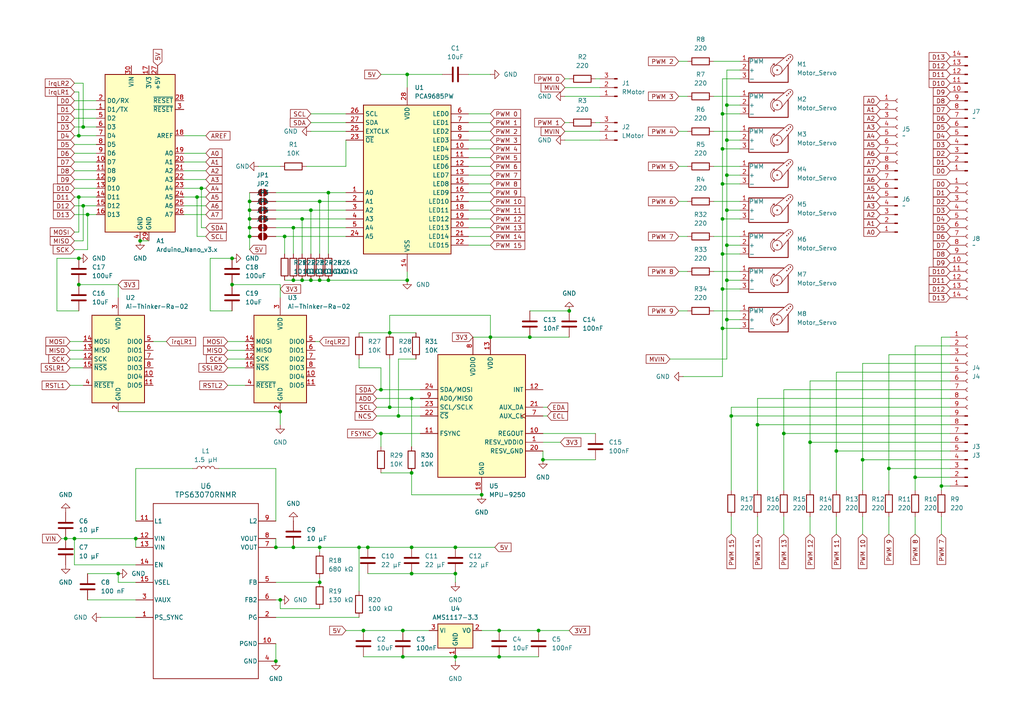
<source format=kicad_sch>
(kicad_sch (version 20250114) (generator "eeschema") (generator_version "9.0")
  (paper "A4")
  (junction (at 132.08 158.75))
  (junction (at 57.15 57.15))
  (junction (at 209.55 43.18))
  (junction (at 24.13 36.83))
  (junction (at 22.86 39.37))
  (junction (at 210.82 40.64))
  (junction (at 119.38 137.16))
  (junction (at 25.4 62.23))
  (junction (at 81.28 119.38))
  (junction (at 72.39 60.96))
  (junction (at 219.71 123.19))
  (junction (at 132.08 190.5))
  (junction (at 39.37 156.21))
  (junction (at 210.82 71.12))
  (junction (at 116.84 182.88))
  (junction (at 95.25 81.28))
  (junction (at 257.81 135.89))
  (junction (at 85.09 81.28))
  (junction (at 40.64 69.85))
  (junction (at 58.42 54.61))
  (junction (at 92.71 81.28))
  (junction (at 67.31 82.55))
  (junction (at 19.05 156.21))
  (junction (at 113.03 96.52))
  (junction (at 22.86 57.15))
  (junction (at 210.82 30.48))
  (junction (at 118.11 81.28))
  (junction (at 209.55 95.25))
  (junction (at 80.01 158.75))
  (junction (at 209.55 33.02))
  (junction (at 210.82 60.96))
  (junction (at 80.01 191.77))
  (junction (at 250.19 133.35))
  (junction (at 119.38 115.57))
  (junction (at 209.55 73.66))
  (junction (at 142.24 97.79))
  (junction (at 67.31 74.93))
  (junction (at 106.68 158.75))
  (junction (at 92.71 158.75))
  (junction (at 90.17 60.96))
  (junction (at 115.57 120.65))
  (junction (at 72.39 63.5))
  (junction (at 212.09 120.65))
  (junction (at 227.33 125.73))
  (junction (at 72.39 66.04))
  (junction (at 21.59 156.21))
  (junction (at 157.48 133.35))
  (junction (at 118.11 21.59))
  (junction (at 144.78 190.5))
  (junction (at 22.86 74.93))
  (junction (at 92.71 168.91))
  (junction (at 210.82 92.71))
  (junction (at 132.08 166.37))
  (junction (at 81.28 173.99))
  (junction (at 82.55 68.58))
  (junction (at 242.57 130.81))
  (junction (at 72.39 68.58))
  (junction (at 210.82 81.28))
  (junction (at 110.49 125.73))
  (junction (at 90.17 81.28))
  (junction (at 210.82 50.8))
  (junction (at 273.05 140.97))
  (junction (at 95.25 55.88))
  (junction (at 85.09 158.75))
  (junction (at 72.39 58.42))
  (junction (at 139.7 143.51))
  (junction (at 92.71 58.42))
  (junction (at 119.38 166.37))
  (junction (at 105.41 182.88))
  (junction (at 104.14 158.75))
  (junction (at 22.86 82.55))
  (junction (at 110.49 113.03))
  (junction (at 87.63 81.28))
  (junction (at 234.95 128.27))
  (junction (at 156.21 182.88))
  (junction (at 116.84 190.5))
  (junction (at 85.09 66.04))
  (junction (at 144.78 182.88))
  (junction (at 87.63 63.5))
  (junction (at 265.43 138.43))
  (junction (at 24.13 59.69))
  (junction (at 209.55 63.5))
  (junction (at 209.55 83.82))
  (junction (at 113.03 118.11))
  (junction (at 209.55 53.34))
  (junction (at 119.38 158.75))
  (junction (at 34.29 166.37))
  (junction (at 153.67 97.79))
  (junction (at 165.1 90.17))
  (wire (pts (xy 22.86 57.15) (xy 27.94 57.15)))
  (wire (pts (xy 210.82 92.71) (xy 214.63 92.71)))
  (wire (pts (xy 210.82 50.8) (xy 210.82 60.96)))
  (wire (pts (xy 66.04 106.68) (xy 71.12 106.68)))
  (wire (pts (xy 80.01 158.75) (xy 85.09 158.75)))
  (wire (pts (xy 80.01 63.5) (xy 87.63 63.5)))
  (wire (pts (xy 109.22 125.73) (xy 110.49 125.73)))
  (wire (pts (xy 29.21 179.07) (xy 39.37 179.07)))
  (wire (pts (xy 21.59 67.31) (xy 22.86 67.31)))
  (wire (pts (xy 119.38 143.51) (xy 139.7 143.51)))
  (wire (pts (xy 81.28 176.53) (xy 81.28 173.99)))
  (wire (pts (xy 80.01 168.91) (xy 92.71 168.91)))
  (wire (pts (xy 20.32 104.14) (xy 24.13 104.14)))
  (wire (pts (xy 34.29 166.37) (xy 34.29 168.91)))
  (wire (pts (xy 227.33 113.03) (xy 227.33 125.73)))
  (wire (pts (xy 21.59 46.99) (xy 27.94 46.99)))
  (wire (pts (xy 115.57 120.65) (xy 121.92 120.65)))
  (wire (pts (xy 196.85 58.42) (xy 199.39 58.42)))
  (wire (pts (xy 113.03 96.52) (xy 113.03 91.44)))
  (wire (pts (xy 153.67 90.17) (xy 165.1 90.17)))
  (wire (pts (xy 34.29 119.38) (xy 81.28 119.38)))
  (wire (pts (xy 20.32 101.6) (xy 24.13 101.6)))
  (wire (pts (xy 257.81 135.89) (xy 257.81 142.24)))
  (wire (pts (xy 82.55 68.58) (xy 100.33 68.58)))
  (wire (pts (xy 21.59 59.69) (xy 24.13 59.69)))
  (wire (pts (xy 66.04 104.14) (xy 71.12 104.14)))
  (wire (pts (xy 57.15 68.58) (xy 57.15 57.15)))
  (wire (pts (xy 209.55 73.66) (xy 209.55 63.5)))
  (wire (pts (xy 273.05 149.86) (xy 273.05 154.94)))
  (wire (pts (xy 80.01 68.58) (xy 82.55 68.58)))
  (wire (pts (xy 95.25 81.28) (xy 118.11 81.28)))
  (wire (pts (xy 275.59 123.19) (xy 219.71 123.19)))
  (wire (pts (xy 21.59 44.45) (xy 27.94 44.45)))
  (wire (pts (xy 209.55 53.34) (xy 209.55 63.5)))
  (wire (pts (xy 113.03 118.11) (xy 121.92 118.11)))
  (wire (pts (xy 142.24 91.44) (xy 142.24 97.79)))
  (wire (pts (xy 257.81 149.86) (xy 257.81 154.94)))
  (wire (pts (xy 67.31 82.55) (xy 81.28 82.55)))
  (wire (pts (xy 72.39 55.88) (xy 72.39 58.42)))
  (wire (pts (xy 214.63 43.18) (xy 209.55 43.18)))
  (wire (pts (xy 196.85 68.58) (xy 199.39 68.58)))
  (wire (pts (xy 207.01 78.74) (xy 214.63 78.74)))
  (wire (pts (xy 209.55 83.82) (xy 209.55 95.25)))
  (wire (pts (xy 219.71 149.86) (xy 219.71 154.94)))
  (wire (pts (xy 214.63 33.02) (xy 209.55 33.02)))
  (wire (pts (xy 66.04 101.6) (xy 71.12 101.6)))
  (wire (pts (xy 214.63 53.34) (xy 209.55 53.34)))
  (wire (pts (xy 21.59 156.21) (xy 39.37 156.21)))
  (wire (pts (xy 275.59 138.43) (xy 265.43 138.43)))
  (wire (pts (xy 157.48 125.73) (xy 172.72 125.73)))
  (wire (pts (xy 119.38 115.57) (xy 119.38 129.54)))
  (wire (pts (xy 219.71 115.57) (xy 219.71 123.19)))
  (wire (pts (xy 275.59 128.27) (xy 234.95 128.27)))
  (wire (pts (xy 275.59 140.97) (xy 273.05 140.97)))
  (wire (pts (xy 132.08 166.37) (xy 132.08 168.91)))
  (wire (pts (xy 92.71 160.02) (xy 92.71 158.75)))
  (wire (pts (xy 53.34 62.23) (xy 59.69 62.23)))
  (wire (pts (xy 132.08 190.5) (xy 132.08 191.77)))
  (wire (pts (xy 25.4 72.39) (xy 25.4 62.23)))
  (wire (pts (xy 212.09 120.65) (xy 212.09 142.24)))
  (wire (pts (xy 275.59 107.95) (xy 242.57 107.95)))
  (wire (pts (xy 210.82 71.12) (xy 210.82 60.96)))
  (wire (pts (xy 119.38 137.16) (xy 119.38 143.51)))
  (wire (pts (xy 81.28 119.38) (xy 81.28 123.19)))
  (wire (pts (xy 22.86 26.67) (xy 22.86 39.37)))
  (wire (pts (xy 106.68 158.75) (xy 119.38 158.75)))
  (wire (pts (xy 157.48 128.27) (xy 162.56 128.27)))
  (wire (pts (xy 59.69 68.58) (xy 57.15 68.58)))
  (wire (pts (xy 66.04 99.06) (xy 71.12 99.06)))
  (wire (pts (xy 137.16 97.79) (xy 142.24 97.79)))
  (wire (pts (xy 34.29 168.91) (xy 39.37 168.91)))
  (wire (pts (xy 209.55 95.25) (xy 214.63 95.25)))
  (wire (pts (xy 275.59 97.79) (xy 273.05 97.79)))
  (wire (pts (xy 95.25 55.88) (xy 100.33 55.88)))
  (wire (pts (xy 109.22 118.11) (xy 113.03 118.11)))
  (wire (pts (xy 85.09 158.75) (xy 92.71 158.75)))
  (wire (pts (xy 207.01 48.26) (xy 214.63 48.26)))
  (wire (pts (xy 20.32 99.06) (xy 24.13 99.06)))
  (wire (pts (xy 110.49 137.16) (xy 119.38 137.16)))
  (wire (pts (xy 21.59 52.07) (xy 27.94 52.07)))
  (wire (pts (xy 44.45 99.06) (xy 48.26 99.06)))
  (wire (pts (xy 53.34 39.37) (xy 59.69 39.37)))
  (wire (pts (xy 87.63 63.5) (xy 87.63 73.66)))
  (wire (pts (xy 135.89 40.64) (xy 142.24 40.64)))
  (wire (pts (xy 275.59 102.87) (xy 257.81 102.87)))
  (wire (pts (xy 22.86 90.17) (xy 16.51 90.17)))
  (wire (pts (xy 135.89 58.42) (xy 142.24 58.42)))
  (wire (pts (xy 80.01 66.04) (xy 85.09 66.04)))
  (wire (pts (xy 135.89 33.02) (xy 142.24 33.02)))
  (wire (pts (xy 214.63 40.64) (xy 210.82 40.64)))
  (wire (pts (xy 118.11 21.59) (xy 128.27 21.59)))
  (wire (pts (xy 209.55 73.66) (xy 214.63 73.66)))
  (wire (pts (xy 163.83 25.4) (xy 173.99 25.4)))
  (wire (pts (xy 273.05 140.97) (xy 273.05 142.24)))
  (wire (pts (xy 80.01 179.07) (xy 104.14 179.07)))
  (wire (pts (xy 92.71 58.42) (xy 92.71 73.66)))
  (wire (pts (xy 212.09 118.11) (xy 212.09 120.65)))
  (wire (pts (xy 142.24 97.79) (xy 153.67 97.79)))
  (wire (pts (xy 104.14 96.52) (xy 113.03 96.52)))
  (wire (pts (xy 21.59 62.23) (xy 25.4 62.23)))
  (wire (pts (xy 20.32 106.68) (xy 24.13 106.68)))
  (wire (pts (xy 156.21 182.88) (xy 165.1 182.88)))
  (wire (pts (xy 85.09 81.28) (xy 87.63 81.28)))
  (wire (pts (xy 250.19 133.35) (xy 250.19 142.24)))
  (wire (pts (xy 92.71 167.64) (xy 92.71 168.91)))
  (wire (pts (xy 92.71 58.42) (xy 100.33 58.42)))
  (wire (pts (xy 90.17 33.02) (xy 100.33 33.02)))
  (wire (pts (xy 21.59 163.83) (xy 39.37 163.83)))
  (wire (pts (xy 105.41 190.5) (xy 116.84 190.5)))
  (wire (pts (xy 172.72 35.56) (xy 173.99 35.56)))
  (wire (pts (xy 80.01 186.69) (xy 80.01 191.77)))
  (wire (pts (xy 210.82 60.96) (xy 214.63 60.96)))
  (wire (pts (xy 100.33 182.88) (xy 105.41 182.88)))
  (wire (pts (xy 82.55 73.66) (xy 82.55 68.58)))
  (wire (pts (xy 135.89 53.34) (xy 142.24 53.34)))
  (wire (pts (xy 67.31 90.17) (xy 60.96 90.17)))
  (wire (pts (xy 90.17 60.96) (xy 90.17 73.66)))
  (wire (pts (xy 90.17 81.28) (xy 92.71 81.28)))
  (wire (pts (xy 135.89 60.96) (xy 142.24 60.96)))
  (wire (pts (xy 58.42 66.04) (xy 58.42 54.61)))
  (wire (pts (xy 275.59 118.11) (xy 212.09 118.11)))
  (wire (pts (xy 135.89 71.12) (xy 142.24 71.12)))
  (wire (pts (xy 104.14 106.68) (xy 110.49 106.68)))
  (wire (pts (xy 119.38 166.37) (xy 132.08 166.37)))
  (wire (pts (xy 157.48 133.35) (xy 172.72 133.35)))
  (wire (pts (xy 234.95 110.49) (xy 234.95 128.27)))
  (wire (pts (xy 100.33 40.64) (xy 100.33 48.26)))
  (wire (pts (xy 115.57 104.14) (xy 115.57 120.65)))
  (wire (pts (xy 135.89 35.56) (xy 142.24 35.56)))
  (wire (pts (xy 196.85 17.78) (xy 199.39 17.78)))
  (wire (pts (xy 90.17 38.1) (xy 100.33 38.1)))
  (wire (pts (xy 194.31 104.14) (xy 210.82 104.14)))
  (wire (pts (xy 110.49 21.59) (xy 118.11 21.59)))
  (wire (pts (xy 265.43 149.86) (xy 265.43 154.94)))
  (wire (pts (xy 157.48 118.11) (xy 158.75 118.11)))
  (wire (pts (xy 157.48 120.65) (xy 158.75 120.65)))
  (wire (pts (xy 20.32 111.76) (xy 24.13 111.76)))
  (wire (pts (xy 275.59 115.57) (xy 219.71 115.57)))
  (wire (pts (xy 163.83 35.56) (xy 165.1 35.56)))
  (wire (pts (xy 53.34 49.53) (xy 59.69 49.53)))
  (wire (pts (xy 21.59 72.39) (xy 25.4 72.39)))
  (wire (pts (xy 53.34 52.07) (xy 59.69 52.07)))
  (wire (pts (xy 21.59 156.21) (xy 21.59 163.83)))
  (wire (pts (xy 21.59 26.67) (xy 22.86 26.67)))
  (wire (pts (xy 53.34 59.69) (xy 59.69 59.69)))
  (wire (pts (xy 210.82 71.12) (xy 214.63 71.12)))
  (wire (pts (xy 104.14 158.75) (xy 104.14 171.45)))
  (wire (pts (xy 275.59 100.33) (xy 265.43 100.33)))
  (wire (pts (xy 209.55 63.5) (xy 214.63 63.5)))
  (wire (pts (xy 210.82 92.71) (xy 210.82 104.14)))
  (wire (pts (xy 66.04 111.76) (xy 71.12 111.76)))
  (wire (pts (xy 113.03 96.52) (xy 120.65 96.52)))
  (wire (pts (xy 21.59 49.53) (xy 27.94 49.53)))
  (wire (pts (xy 80.01 55.88) (xy 95.25 55.88)))
  (wire (pts (xy 95.25 55.88) (xy 95.25 73.66)))
  (wire (pts (xy 19.05 156.21) (xy 21.59 156.21)))
  (wire (pts (xy 24.13 24.13) (xy 24.13 36.83)))
  (wire (pts (xy 135.89 66.04) (xy 142.24 66.04)))
  (wire (pts (xy 132.08 190.5) (xy 144.78 190.5)))
  (wire (pts (xy 21.59 39.37) (xy 22.86 39.37)))
  (wire (pts (xy 212.09 149.86) (xy 212.09 154.94)))
  (wire (pts (xy 139.7 182.88) (xy 144.78 182.88)))
  (wire (pts (xy 132.08 158.75) (xy 143.51 158.75)))
  (wire (pts (xy 109.22 115.57) (xy 119.38 115.57)))
  (wire (pts (xy 214.63 20.32) (xy 210.82 20.32)))
  (wire (pts (xy 21.59 69.85) (xy 24.13 69.85)))
  (wire (pts (xy 74.93 48.26) (xy 81.28 48.26)))
  (wire (pts (xy 58.42 54.61) (xy 59.69 54.61)))
  (wire (pts (xy 210.82 40.64) (xy 210.82 50.8)))
  (wire (pts (xy 172.72 22.86) (xy 173.99 22.86)))
  (wire (pts (xy 135.89 38.1) (xy 142.24 38.1)))
  (wire (pts (xy 17.78 156.21) (xy 19.05 156.21)))
  (wire (pts (xy 21.59 36.83) (xy 24.13 36.83)))
  (wire (pts (xy 207.01 68.58) (xy 214.63 68.58)))
  (wire (pts (xy 88.9 48.26) (xy 100.33 48.26)))
  (wire (pts (xy 24.13 69.85) (xy 24.13 59.69)))
  (wire (pts (xy 214.63 30.48) (xy 210.82 30.48)))
  (wire (pts (xy 209.55 33.02) (xy 209.55 43.18)))
  (wire (pts (xy 135.89 48.26) (xy 142.24 48.26)))
  (wire (pts (xy 234.95 128.27) (xy 234.95 142.24)))
  (wire (pts (xy 209.55 83.82) (xy 214.63 83.82)))
  (wire (pts (xy 109.22 120.65) (xy 115.57 120.65)))
  (wire (pts (xy 80.01 60.96) (xy 90.17 60.96)))
  (wire (pts (xy 275.59 135.89) (xy 257.81 135.89)))
  (wire (pts (xy 90.17 60.96) (xy 100.33 60.96)))
  (wire (pts (xy 110.49 125.73) (xy 121.92 125.73)))
  (wire (pts (xy 87.63 63.5) (xy 100.33 63.5)))
  (wire (pts (xy 210.82 30.48) (xy 210.82 40.64)))
  (wire (pts (xy 63.5 135.89) (xy 80.01 135.89)))
  (wire (pts (xy 210.82 71.12) (xy 210.82 81.28)))
  (wire (pts (xy 119.38 115.57) (xy 121.92 115.57)))
  (wire (pts (xy 242.57 107.95) (xy 242.57 130.81)))
  (wire (pts (xy 275.59 120.65) (xy 212.09 120.65)))
  (wire (pts (xy 21.59 24.13) (xy 24.13 24.13)))
  (wire (pts (xy 210.82 81.28) (xy 214.63 81.28)))
  (wire (pts (xy 227.33 149.86) (xy 227.33 154.94)))
  (wire (pts (xy 275.59 113.03) (xy 227.33 113.03)))
  (wire (pts (xy 163.83 27.94) (xy 173.99 27.94)))
  (wire (pts (xy 21.59 41.91) (xy 27.94 41.91)))
  (wire (pts (xy 104.14 158.75) (xy 106.68 158.75)))
  (wire (pts (xy 163.83 38.1) (xy 173.99 38.1)))
  (wire (pts (xy 118.11 21.59) (xy 118.11 25.4)))
  (wire (pts (xy 209.55 22.86) (xy 209.55 33.02)))
  (wire (pts (xy 16.51 74.93) (xy 22.86 74.93)))
  (wire (pts (xy 135.89 45.72) (xy 142.24 45.72)))
  (wire (pts (xy 59.69 66.04) (xy 58.42 66.04)))
  (wire (pts (xy 265.43 100.33) (xy 265.43 138.43)))
  (wire (pts (xy 119.38 158.75) (xy 132.08 158.75)))
  (wire (pts (xy 72.39 60.96) (xy 72.39 63.5)))
  (wire (pts (xy 196.85 48.26) (xy 199.39 48.26)))
  (wire (pts (xy 144.78 190.5) (xy 156.21 190.5)))
  (wire (pts (xy 210.82 81.28) (xy 210.82 92.71)))
  (wire (pts (xy 53.34 54.61) (xy 58.42 54.61)))
  (wire (pts (xy 265.43 138.43) (xy 265.43 142.24)))
  (wire (pts (xy 110.49 129.54) (xy 110.49 125.73)))
  (wire (pts (xy 34.29 86.36) (xy 34.29 82.55)))
  (wire (pts (xy 135.89 43.18) (xy 142.24 43.18)))
  (wire (pts (xy 53.34 57.15) (xy 57.15 57.15)))
  (wire (pts (xy 92.71 176.53) (xy 81.28 176.53)))
  (wire (pts (xy 104.14 104.14) (xy 104.14 106.68)))
  (wire (pts (xy 67.31 74.93) (xy 60.96 74.93)))
  (wire (pts (xy 105.41 182.88) (xy 116.84 182.88)))
  (wire (pts (xy 72.39 58.42) (xy 72.39 60.96)))
  (wire (pts (xy 214.63 22.86) (xy 209.55 22.86)))
  (wire (pts (xy 196.85 27.94) (xy 199.39 27.94)))
  (wire (pts (xy 80.01 173.99) (xy 81.28 173.99)))
  (wire (pts (xy 22.86 67.31) (xy 22.86 57.15)))
  (wire (pts (xy 198.12 109.22) (xy 209.55 109.22)))
  (wire (pts (xy 275.59 105.41) (xy 250.19 105.41)))
  (wire (pts (xy 250.19 149.86) (xy 250.19 154.94)))
  (wire (pts (xy 21.59 54.61) (xy 27.94 54.61)))
  (wire (pts (xy 157.48 130.81) (xy 157.48 133.35)))
  (wire (pts (xy 87.63 81.28) (xy 90.17 81.28)))
  (wire (pts (xy 196.85 38.1) (xy 199.39 38.1)))
  (wire (pts (xy 242.57 149.86) (xy 242.57 154.94)))
  (wire (pts (xy 209.55 73.66) (xy 209.55 83.82)))
  (wire (pts (xy 207.01 27.94) (xy 214.63 27.94)))
  (wire (pts (xy 57.15 57.15) (xy 59.69 57.15)))
  (wire (pts (xy 24.13 36.83) (xy 27.94 36.83)))
  (wire (pts (xy 25.4 173.99) (xy 39.37 173.99)))
  (wire (pts (xy 80.01 135.89) (xy 80.01 151.13)))
  (wire (pts (xy 21.59 57.15) (xy 22.86 57.15)))
  (wire (pts (xy 85.09 66.04) (xy 85.09 73.66)))
  (wire (pts (xy 234.95 149.86) (xy 234.95 154.94)))
  (wire (pts (xy 25.4 62.23) (xy 27.94 62.23)))
  (wire (pts (xy 275.59 133.35) (xy 250.19 133.35)))
  (wire (pts (xy 275.59 130.81) (xy 242.57 130.81)))
  (wire (pts (xy 135.89 21.59) (xy 142.24 21.59)))
  (wire (pts (xy 110.49 106.68) (xy 110.49 113.03)))
  (wire (pts (xy 110.49 113.03) (xy 121.92 113.03)))
  (wire (pts (xy 21.59 29.21) (xy 27.94 29.21)))
  (wire (pts (xy 80.01 156.21) (xy 80.01 158.75)))
  (wire (pts (xy 72.39 68.58) (xy 72.39 72.39)))
  (wire (pts (xy 196.85 78.74) (xy 199.39 78.74)))
  (wire (pts (xy 144.78 182.88) (xy 156.21 182.88)))
  (wire (pts (xy 207.01 58.42) (xy 214.63 58.42)))
  (wire (pts (xy 72.39 66.04) (xy 72.39 68.58)))
  (wire (pts (xy 109.22 113.03) (xy 110.49 113.03)))
  (wire (pts (xy 207.01 17.78) (xy 214.63 17.78)))
  (wire (pts (xy 92.71 81.28) (xy 95.25 81.28)))
  (wire (pts (xy 81.28 82.55) (xy 81.28 86.36)))
  (wire (pts (xy 53.34 44.45) (xy 59.69 44.45)))
  (wire (pts (xy 207.01 90.17) (xy 214.63 90.17)))
  (wire (pts (xy 113.03 91.44) (xy 142.24 91.44)))
  (wire (pts (xy 16.51 90.17) (xy 16.51 74.93)))
  (wire (pts (xy 219.71 123.19) (xy 219.71 142.24)))
  (wire (pts (xy 214.63 50.8) (xy 210.82 50.8)))
  (wire (pts (xy 21.59 34.29) (xy 27.94 34.29)))
  (wire (pts (xy 55.88 135.89) (xy 39.37 135.89)))
  (wire (pts (xy 120.65 104.14) (xy 115.57 104.14)))
  (wire (pts (xy 116.84 182.88) (xy 124.46 182.88)))
  (wire (pts (xy 22.86 82.55) (xy 34.29 82.55)))
  (wire (pts (xy 242.57 130.81) (xy 242.57 142.24)))
  (wire (pts (xy 106.68 166.37) (xy 119.38 166.37)))
  (wire (pts (xy 53.34 46.99) (xy 59.69 46.99)))
  (wire (pts (xy 135.89 68.58) (xy 142.24 68.58)))
  (wire (pts (xy 72.39 63.5) (xy 72.39 66.04)))
  (wire (pts (xy 135.89 55.88) (xy 142.24 55.88)))
  (wire (pts (xy 163.83 22.86) (xy 165.1 22.86)))
  (wire (pts (xy 85.09 66.04) (xy 100.33 66.04)))
  (wire (pts (xy 24.13 59.69) (xy 27.94 59.69)))
  (wire (pts (xy 275.59 110.49) (xy 234.95 110.49)))
  (wire (pts (xy 275.59 125.73) (xy 227.33 125.73)))
  (wire (pts (xy 80.01 58.42) (xy 92.71 58.42)))
  (wire (pts (xy 90.17 35.56) (xy 100.33 35.56)))
  (wire (pts (xy 196.85 90.17) (xy 199.39 90.17)))
  (wire (pts (xy 210.82 20.32) (xy 210.82 30.48)))
  (wire (pts (xy 227.33 125.73) (xy 227.33 142.24)))
  (wire (pts (xy 25.4 166.37) (xy 34.29 166.37)))
  (wire (pts (xy 91.44 99.06) (xy 92.71 99.06)))
  (wire (pts (xy 92.71 158.75) (xy 104.14 158.75)))
  (wire (pts (xy 163.83 40.64) (xy 173.99 40.64)))
  (wire (pts (xy 40.64 69.85) (xy 43.18 69.85)))
  (wire (pts (xy 273.05 97.79) (xy 273.05 140.97)))
  (wire (pts (xy 39.37 135.89) (xy 39.37 151.13)))
  (wire (pts (xy 257.81 102.87) (xy 257.81 135.89)))
  (wire (pts (xy 116.84 190.5) (xy 132.08 190.5)))
  (wire (pts (xy 135.89 63.5) (xy 142.24 63.5)))
  (wire (pts (xy 118.11 78.74) (xy 118.11 81.28)))
  (wire (pts (xy 135.89 50.8) (xy 142.24 50.8)))
  (wire (pts (xy 82.55 81.28) (xy 85.09 81.28)))
  (wire (pts (xy 250.19 105.41) (xy 250.19 133.35)))
  (wire (pts (xy 21.59 31.75) (xy 27.94 31.75)))
  (wire (pts (xy 209.55 95.25) (xy 209.55 109.22)))
  (wire (pts (xy 209.55 43.18) (xy 209.55 53.34)))
  (wire (pts (xy 113.03 104.14) (xy 113.03 118.11)))
  (wire (pts (xy 22.86 39.37) (xy 27.94 39.37)))
  (wire (pts (xy 153.67 97.79) (xy 165.1 97.79)))
  (wire (pts (xy 60.96 74.93) (xy 60.96 90.17)))
  (wire (pts (xy 39.37 156.21) (xy 39.37 158.75)))
  (wire (pts (xy 207.01 38.1) (xy 214.63 38.1)))
  (global_label "irqLR2" (shape input) (at 21.59 24.13 180) (property "Intersheetrefs" "${INTERSHEET_REFS}" (effects (hide yes))))
  (global_label "MOSI" (shape input) (at 66.04 99.06 180) (property "Intersheetrefs" "${INTERSHEET_REFS}" (effects (hide yes))))
  (global_label "PWM 8" (shape input) (at 142.24 53.34 0) (property "Intersheetrefs" "${INTERSHEET_REFS}" (effects (hide yes))))
  (global_label "A2" (shape input) (at 255.27 34.29 180) (property "Intersheetrefs" "${INTERSHEET_REFS}" (effects (hide yes))))
  (global_label "D4" (shape input) (at 275.59 39.37 180) (property "Intersheetrefs" "${INTERSHEET_REFS}" (effects (hide yes))))
  (global_label "5V" (shape input) (at 100.33 182.88 180) (property "Intersheetrefs" "${INTERSHEET_REFS}" (effects (hide yes))))
  (global_label "D13" (shape input) (at 275.59 86.36 180) (property "Intersheetrefs" "${INTERSHEET_REFS}" (effects (hide yes))))
  (global_label "A0" (shape input) (at 59.69 44.45 0) (property "Intersheetrefs" "${INTERSHEET_REFS}" (effects (hide yes))))
  (global_label "D7" (shape input) (at 21.59 46.99 180) (property "Intersheetrefs" "${INTERSHEET_REFS}" (effects (hide yes))))
  (global_label "D12" (shape input) (at 21.59 59.69 180) (property "Intersheetrefs" "${INTERSHEET_REFS}" (effects (hide yes))))
  (global_label "SDA" (shape input) (at 90.17 35.56 180) (property "Intersheetrefs" "${INTERSHEET_REFS}" (effects (hide yes))))
  (global_label "A7" (shape input) (at 59.69 62.23 0) (property "Intersheetrefs" "${INTERSHEET_REFS}" (effects (hide yes))))
  (global_label "D9" (shape input) (at 275.59 76.2 180) (property "Intersheetrefs" "${INTERSHEET_REFS}" (effects (hide yes))))
  (global_label "D7" (shape input) (at 275.59 71.12 180) (property "Intersheetrefs" "${INTERSHEET_REFS}" (effects (hide yes))))
  (global_label "A1" (shape input) (at 255.27 64.77 180) (property "Intersheetrefs" "${INTERSHEET_REFS}" (effects (hide yes))))
  (global_label "5V" (shape input) (at 110.49 21.59 180) (property "Intersheetrefs" "${INTERSHEET_REFS}" (effects (hide yes))))
  (global_label "SDA" (shape input) (at 109.22 113.03 180) (property "Intersheetrefs" "${INTERSHEET_REFS}" (effects (hide yes))))
  (global_label "SCL" (shape input) (at 59.69 68.58 0) (property "Intersheetrefs" "${INTERSHEET_REFS}" (effects (hide yes))))
  (global_label "D8" (shape input) (at 275.59 29.21 180) (property "Intersheetrefs" "${INTERSHEET_REFS}" (effects (hide yes))))
  (global_label "SCL" (shape input) (at 90.17 33.02 180) (property "Intersheetrefs" "${INTERSHEET_REFS}" (effects (hide yes))))
  (global_label "MISO" (shape input) (at 20.32 101.6 180) (property "Intersheetrefs" "${INTERSHEET_REFS}" (effects (hide yes))))
  (global_label "PWM 6" (shape input) (at 142.24 48.26 0) (property "Intersheetrefs" "${INTERSHEET_REFS}" (effects (hide yes))))
  (global_label "A1" (shape input) (at 59.69 46.99 0) (property "Intersheetrefs" "${INTERSHEET_REFS}" (effects (hide yes))))
  (global_label "3V3" (shape input) (at 81.28 83.82 0) (property "Intersheetrefs" "${INTERSHEET_REFS}" (effects (hide yes))))
  (global_label "PWM 7" (shape input) (at 142.24 50.8 0) (property "Intersheetrefs" "${INTERSHEET_REFS}" (effects (hide yes))))
  (global_label "A3" (shape input) (at 255.27 59.69 180) (property "Intersheetrefs" "${INTERSHEET_REFS}" (effects (hide yes))))
  (global_label "5V" (shape input) (at 45.72 19.05 90) (property "Intersheetrefs" "${INTERSHEET_REFS}" (effects (hide yes))))
  (global_label "D8" (shape input) (at 21.59 49.53 180) (property "Intersheetrefs" "${INTERSHEET_REFS}" (effects (hide yes))))
  (global_label "D10" (shape input) (at 275.59 78.74 180) (property "Intersheetrefs" "${INTERSHEET_REFS}" (effects (hide yes))))
  (global_label "D3" (shape input) (at 275.59 41.91 180) (property "Intersheetrefs" "${INTERSHEET_REFS}" (effects (hide yes))))
  (global_label "D12" (shape input) (at 275.59 19.05 180) (property "Intersheetrefs" "${INTERSHEET_REFS}" (effects (hide yes))))
  (global_label "PWM 10" (shape input) (at 250.19 154.94 270) (property "Intersheetrefs" "${INTERSHEET_REFS}" (effects (hide yes))))
  (global_label "PWM 14" (shape input) (at 219.71 154.94 270) (property "Intersheetrefs" "${INTERSHEET_REFS}" (effects (hide yes))))
  (global_label "D2" (shape input) (at 275.59 44.45 180) (property "Intersheetrefs" "${INTERSHEET_REFS}" (effects (hide yes))))
  (global_label "PWM 15" (shape input) (at 142.24 71.12 0) (property "Intersheetrefs" "${INTERSHEET_REFS}" (effects (hide yes))))
  (global_label "D11" (shape input) (at 275.59 81.28 180) (property "Intersheetrefs" "${INTERSHEET_REFS}" (effects (hide yes))))
  (global_label "PWM 1" (shape input) (at 163.83 35.56 180) (property "Intersheetrefs" "${INTERSHEET_REFS}" (effects (hide yes))))
  (global_label "PWM 15" (shape input) (at 212.09 154.94 270) (property "Intersheetrefs" "${INTERSHEET_REFS}" (effects (hide yes))))
  (global_label "A6" (shape input) (at 255.27 52.07 180) (property "Intersheetrefs" "${INTERSHEET_REFS}" (effects (hide yes))))
  (global_label "A6" (shape input) (at 255.27 44.45 180) (property "Intersheetrefs" "${INTERSHEET_REFS}" (effects (hide yes))))
  (global_label "A5" (shape input) (at 255.27 54.61 180) (property "Intersheetrefs" "${INTERSHEET_REFS}" (effects (hide yes))))
  (global_label "D6" (shape input) (at 275.59 34.29 180) (property "Intersheetrefs" "${INTERSHEET_REFS}" (effects (hide yes))))
  (global_label "PWM 4" (shape input) (at 142.24 43.18 0) (property "Intersheetrefs" "${INTERSHEET_REFS}" (effects (hide yes))))
  (global_label "PWM 8" (shape input) (at 196.85 78.74 180) (property "Intersheetrefs" "${INTERSHEET_REFS}" (effects (hide yes))))
  (global_label "RSTL2" (shape input) (at 66.04 111.76 180) (property "Intersheetrefs" "${INTERSHEET_REFS}" (effects (hide yes))))
  (global_label "D10" (shape input) (at 21.59 54.61 180) (property "Intersheetrefs" "${INTERSHEET_REFS}" (effects (hide yes))))
  (global_label "PWM 6" (shape input) (at 196.85 58.42 180) (property "Intersheetrefs" "${INTERSHEET_REFS}" (effects (hide yes))))
  (global_label "PWM 3" (shape input) (at 142.24 40.64 0) (property "Intersheetrefs" "${INTERSHEET_REFS}" (effects (hide yes))))
  (global_label "D7" (shape input) (at 275.59 31.75 180) (property "Intersheetrefs" "${INTERSHEET_REFS}" (effects (hide yes))))
  (global_label "D9" (shape input) (at 275.59 26.67 180) (property "Intersheetrefs" "${INTERSHEET_REFS}" (effects (hide yes))))
  (global_label "irqLR2" (shape input) (at 92.71 99.06 0) (property "Intersheetrefs" "${INTERSHEET_REFS}" (effects (hide yes))))
  (global_label "D12" (shape input) (at 275.59 83.82 180) (property "Intersheetrefs" "${INTERSHEET_REFS}" (effects (hide yes))))
  (global_label "A7" (shape input) (at 255.27 46.99 180) (property "Intersheetrefs" "${INTERSHEET_REFS}" (effects (hide yes))))
  (global_label "PWM 12" (shape input) (at 142.24 63.5 0) (property "Intersheetrefs" "${INTERSHEET_REFS}" (effects (hide yes))))
  (global_label "D4" (shape input) (at 275.59 63.5 180) (property "Intersheetrefs" "${INTERSHEET_REFS}" (effects (hide yes))))
  (global_label "A4" (shape input) (at 255.27 39.37 180) (property "Intersheetrefs" "${INTERSHEET_REFS}" (effects (hide yes))))
  (global_label "D1" (shape input) (at 275.59 46.99 180) (property "Intersheetrefs" "${INTERSHEET_REFS}" (effects (hide yes))))
  (global_label "D0" (shape input) (at 21.59 29.21 180) (property "Intersheetrefs" "${INTERSHEET_REFS}" (effects (hide yes))))
  (global_label "5V" (shape input) (at 72.39 72.39 0) (property "Intersheetrefs" "${INTERSHEET_REFS}" (effects (hide yes))))
  (global_label "D3" (shape input) (at 21.59 36.83 180) (property "Intersheetrefs" "${INTERSHEET_REFS}" (effects (hide yes))))
  (global_label "ECL" (shape input) (at 158.75 120.65 0) (property "Intersheetrefs" "${INTERSHEET_REFS}" (effects (hide yes))))
  (global_label "AD0" (shape input) (at 109.22 115.57 180) (property "Intersheetrefs" "${INTERSHEET_REFS}" (effects (hide yes))))
  (global_label "MOSI" (shape input) (at 21.59 67.31 180) (property "Intersheetrefs" "${INTERSHEET_REFS}" (effects (hide yes))))
  (global_label "D13" (shape input) (at 275.59 16.51 180) (property "Intersheetrefs" "${INTERSHEET_REFS}" (effects (hide yes))))
  (global_label "A2" (shape input) (at 255.27 62.23 180) (property "Intersheetrefs" "${INTERSHEET_REFS}" (effects (hide yes))))
  (global_label "D11" (shape input) (at 275.59 21.59 180) (property "Intersheetrefs" "${INTERSHEET_REFS}" (effects (hide yes))))
  (global_label "D2" (shape input) (at 275.59 58.42 180) (property "Intersheetrefs" "${INTERSHEET_REFS}" (effects (hide yes))))
  (global_label "A5" (shape input) (at 59.69 57.15 0) (property "Intersheetrefs" "${INTERSHEET_REFS}" (effects (hide yes))))
  (global_label "D5" (shape input) (at 21.59 41.91 180) (property "Intersheetrefs" "${INTERSHEET_REFS}" (effects (hide yes))))
  (global_label "PWM 3" (shape input) (at 196.85 27.94 180) (property "Intersheetrefs" "${INTERSHEET_REFS}" (effects (hide yes))))
  (global_label "A0" (shape input) (at 255.27 29.21 180) (property "Intersheetrefs" "${INTERSHEET_REFS}" (effects (hide yes))))
  (global_label "A5" (shape input) (at 255.27 41.91 180) (property "Intersheetrefs" "${INTERSHEET_REFS}" (effects (hide yes))))
  (global_label "PWM 4" (shape input) (at 196.85 38.1 180) (property "Intersheetrefs" "${INTERSHEET_REFS}" (effects (hide yes))))
  (global_label "PWM 9" (shape input) (at 196.85 90.17 180) (property "Intersheetrefs" "${INTERSHEET_REFS}" (effects (hide yes))))
  (global_label "A6" (shape input) (at 59.69 59.69 0) (property "Intersheetrefs" "${INTERSHEET_REFS}" (effects (hide yes))))
  (global_label "MVIN" (shape input) (at 163.83 38.1 180) (property "Intersheetrefs" "${INTERSHEET_REFS}" (effects (hide yes))))
  (global_label "D10" (shape input) (at 275.59 24.13 180) (property "Intersheetrefs" "${INTERSHEET_REFS}" (effects (hide yes))))
  (global_label "MVIN" (shape input) (at 194.31 104.14 180) (property "Intersheetrefs" "${INTERSHEET_REFS}" (effects (hide yes))))
  (global_label "D6" (shape input) (at 21.59 44.45 180) (property "Intersheetrefs" "${INTERSHEET_REFS}" (effects (hide yes))))
  (global_label "PWM 11" (shape input) (at 142.24 60.96 0) (property "Intersheetrefs" "${INTERSHEET_REFS}" (effects (hide yes))))
  (global_label "A1" (shape input) (at 255.27 31.75 180) (property "Intersheetrefs" "${INTERSHEET_REFS}" (effects (hide yes))))
  (global_label "D3" (shape input) (at 275.59 60.96 180) (property "Intersheetrefs" "${INTERSHEET_REFS}" (effects (hide yes))))
  (global_label "D6" (shape input) (at 275.59 68.58 180) (property "Intersheetrefs" "${INTERSHEET_REFS}" (effects (hide yes))))
  (global_label "SCK" (shape input) (at 21.59 72.39 180) (property "Intersheetrefs" "${INTERSHEET_REFS}" (effects (hide yes))))
  (global_label "SDA" (shape input) (at 59.69 66.04 0) (property "Intersheetrefs" "${INTERSHEET_REFS}" (effects (hide yes))))
  (global_label "D11" (shape input) (at 21.59 57.15 180) (property "Intersheetrefs" "${INTERSHEET_REFS}" (effects (hide yes))))
  (global_label "3V3" (shape input) (at 162.56 128.27 0) (property "Intersheetrefs" "${INTERSHEET_REFS}" (effects (hide yes))))
  (global_label "3V3" (shape input) (at 137.16 97.79 180) (property "Intersheetrefs" "${INTERSHEET_REFS}" (effects (hide yes))))
  (global_label "MISO" (shape input) (at 66.04 101.6 180) (property "Intersheetrefs" "${INTERSHEET_REFS}" (effects (hide yes))))
  (global_label "FSYNC" (shape input) (at 109.22 125.73 180) (property "Intersheetrefs" "${INTERSHEET_REFS}" (effects (hide yes))))
  (global_label "SSLR1" (shape input) (at 20.32 106.68 180) (property "Intersheetrefs" "${INTERSHEET_REFS}" (effects (hide yes))))
  (global_label "SSLR2" (shape input) (at 66.04 106.68 180) (property "Intersheetrefs" "${INTERSHEET_REFS}" (effects (hide yes))))
  (global_label "PWM 9" (shape input) (at 257.81 154.94 270) (property "Intersheetrefs" "${INTERSHEET_REFS}" (effects (hide yes))))
  (global_label "PWM 5" (shape input) (at 196.85 48.26 180) (property "Intersheetrefs" "${INTERSHEET_REFS}" (effects (hide yes))))
  (global_label "AREF" (shape input) (at 59.69 39.37 0) (property "Intersheetrefs" "${INTERSHEET_REFS}" (effects (hide yes))))
  (global_label "PWM 14" (shape input) (at 142.24 68.58 0) (property "Intersheetrefs" "${INTERSHEET_REFS}" (effects (hide yes))))
  (global_label "PWM 12" (shape input) (at 234.95 154.94 270) (property "Intersheetrefs" "${INTERSHEET_REFS}" (effects (hide yes))))
  (global_label "PWM 11" (shape input) (at 242.57 154.94 270) (property "Intersheetrefs" "${INTERSHEET_REFS}" (effects (hide yes))))
  (global_label "D5" (shape input) (at 275.59 66.04 180) (property "Intersheetrefs" "${INTERSHEET_REFS}" (effects (hide yes))))
  (global_label "irqLR1" (shape input) (at 48.26 99.06 0) (property "Intersheetrefs" "${INTERSHEET_REFS}" (effects (hide yes))))
  (global_label "D1" (shape input) (at 275.59 55.88 180) (property "Intersheetrefs" "${INTERSHEET_REFS}" (effects (hide yes))))
  (global_label "irqLR1" (shape input) (at 21.59 26.67 180) (property "Intersheetrefs" "${INTERSHEET_REFS}" (effects (hide yes))))
  (global_label "EDA" (shape input) (at 158.75 118.11 0) (property "Intersheetrefs" "${INTERSHEET_REFS}" (effects (hide yes))))
  (global_label "D13" (shape input) (at 21.59 62.23 180) (property "Intersheetrefs" "${INTERSHEET_REFS}" (effects (hide yes))))
  (global_label "PWM 5" (shape input) (at 142.24 45.72 0) (property "Intersheetrefs" "${INTERSHEET_REFS}" (effects (hide yes))))
  (global_label "D9" (shape input) (at 21.59 52.07 180) (property "Intersheetrefs" "${INTERSHEET_REFS}" (effects (hide yes))))
  (global_label "PWM 2" (shape input) (at 196.85 17.78 180) (property "Intersheetrefs" "${INTERSHEET_REFS}" (effects (hide yes))))
  (global_label "A4" (shape input) (at 255.27 57.15 180) (property "Intersheetrefs" "${INTERSHEET_REFS}" (effects (hide yes))))
  (global_label "MVIN" (shape input) (at 163.83 25.4 180) (property "Intersheetrefs" "${INTERSHEET_REFS}" (effects (hide yes))))
  (global_label "SCL" (shape input) (at 109.22 118.11 180) (property "Intersheetrefs" "${INTERSHEET_REFS}" (effects (hide yes))))
  (global_label "D8" (shape input) (at 275.59 73.66 180) (property "Intersheetrefs" "${INTERSHEET_REFS}" (effects (hide yes))))
  (global_label "PWM 8" (shape input) (at 265.43 154.94 270) (property "Intersheetrefs" "${INTERSHEET_REFS}" (effects (hide yes))))
  (global_label "D4" (shape input) (at 21.59 39.37 180) (property "Intersheetrefs" "${INTERSHEET_REFS}" (effects (hide yes))))
  (global_label "5V" (shape input) (at 143.51 158.75 0) (property "Intersheetrefs" "${INTERSHEET_REFS}" (effects (hide yes))))
  (global_label "PWM 0" (shape input) (at 163.83 22.86 180) (property "Intersheetrefs" "${INTERSHEET_REFS}" (effects (hide yes))))
  (global_label "D0" (shape input) (at 275.59 53.34 180) (property "Intersheetrefs" "${INTERSHEET_REFS}" (effects (hide yes))))
  (global_label "PWM 7" (shape input) (at 273.05 154.94 270) (property "Intersheetrefs" "${INTERSHEET_REFS}" (effects (hide yes))))
  (global_label "3V3" (shape input) (at 34.29 82.55 0) (property "Intersheetrefs" "${INTERSHEET_REFS}" (effects (hide yes))))
  (global_label "A4" (shape input) (at 59.69 54.61 0) (property "Intersheetrefs" "${INTERSHEET_REFS}" (effects (hide yes))))
  (global_label "3V3" (shape input) (at 165.1 182.88 0) (property "Intersheetrefs" "${INTERSHEET_REFS}" (effects (hide yes))))
  (global_label "A2" (shape input) (at 59.69 49.53 0) (property "Intersheetrefs" "${INTERSHEET_REFS}" (effects (hide yes))))
  (global_label "NCS" (shape input) (at 109.22 120.65 180) (property "Intersheetrefs" "${INTERSHEET_REFS}" (effects (hide yes))))
  (global_label "PWM 7" (shape input) (at 196.85 68.58 180) (property "Intersheetrefs" "${INTERSHEET_REFS}" (effects (hide yes))))
  (global_label "RSTL1" (shape input) (at 20.32 111.76 180) (property "Intersheetrefs" "${INTERSHEET_REFS}" (effects (hide yes))))
  (global_label "PWM 13" (shape input) (at 142.24 66.04 0) (property "Intersheetrefs" "${INTERSHEET_REFS}" (effects (hide yes))))
  (global_label "PWM 0" (shape input) (at 142.24 33.02 0) (property "Intersheetrefs" "${INTERSHEET_REFS}" (effects (hide yes))))
  (global_label "D0" (shape input) (at 275.59 49.53 180) (property "Intersheetrefs" "${INTERSHEET_REFS}" (effects (hide yes))))
  (global_label "D1" (shape input) (at 21.59 31.75 180) (property "Intersheetrefs" "${INTERSHEET_REFS}" (effects (hide yes))))
  (global_label "VIN" (shape input) (at 17.78 156.21 180) (property "Intersheetrefs" "${INTERSHEET_REFS}" (effects (hide yes))))
  (global_label "PWM 2" (shape input) (at 142.24 38.1 0) (property "Intersheetrefs" "${INTERSHEET_REFS}" (effects (hide yes))))
  (global_label "MOSI" (shape input) (at 20.32 99.06 180) (property "Intersheetrefs" "${INTERSHEET_REFS}" (effects (hide yes))))
  (global_label "PWM 10" (shape input) (at 142.24 58.42 0) (property "Intersheetrefs" "${INTERSHEET_REFS}" (effects (hide yes))))
  (global_label "SCK" (shape input) (at 66.04 104.14 180) (property "Intersheetrefs" "${INTERSHEET_REFS}" (effects (hide yes))))
  (global_label "A7" (shape input) (at 255.27 49.53 180) (property "Intersheetrefs" "${INTERSHEET_REFS}" (effects (hide yes))))
  (global_label "PWM 9" (shape input) (at 142.24 55.88 0) (property "Intersheetrefs" "${INTERSHEET_REFS}" (effects (hide yes))))
  (global_label "MISO" (shape input) (at 21.59 69.85 180) (property "Intersheetrefs" "${INTERSHEET_REFS}" (effects (hide yes))))
  (global_label "PWM 13" (shape input) (at 227.33 154.94 270) (property "Intersheetrefs" "${INTERSHEET_REFS}" (effects (hide yes))))
  (global_label "PWM 1" (shape input) (at 142.24 35.56 0) (property "Intersheetrefs" "${INTERSHEET_REFS}" (effects (hide yes))))
  (global_label "A3" (shape input) (at 59.69 52.07 0) (property "Intersheetrefs" "${INTERSHEET_REFS}" (effects (hide yes))))
  (global_label "A3" (shape input) (at 255.27 36.83 180) (property "Intersheetrefs" "${INTERSHEET_REFS}" (effects (hide yes))))
  (global_label "A0" (shape input) (at 255.27 67.31 180) (property "Intersheetrefs" "${INTERSHEET_REFS}" (effects (hide yes))))
  (global_label "SCK" (shape input) (at 20.32 104.14 180) (property "Intersheetrefs" "${INTERSHEET_REFS}" (effects (hide yes))))
  (global_label "D2" (shape input) (at 21.59 34.29 180) (property "Intersheetrefs" "${INTERSHEET_REFS}" (effects (hide yes))))
  (global_label "D5" (shape input) (at 275.59 36.83 180) (property "Intersheetrefs" "${INTERSHEET_REFS}" (effects (hide yes))))
  (symbol (lib_id "Device:R") (at 92.71 77.47 0) (unit 1)
    (property "Reference" "R25" (at 95.25 76.1999 0) (effects (justify left)))
    (property "Value" "10 kΩ" (at 95.25 78.7399 0) (effects (justify left)))
    (property "Footprint" "Resistor_SMD:R_0805_2012Metric" (effects (hide yes)))
    (property "Description" "Resistor" (effects (hide yes)))
  )
  (symbol (lib_id "Device:C") (at 67.31 86.36 0) (unit 1)
    (property "Reference" "C19" (at 71.12 85.0899 0) (effects (justify left)))
    (property "Value" "10uF" (at 71.12 87.6299 0) (effects (justify left)))
    (property "Footprint" "Capacitor_SMD:C_0805_2012Metric" (effects (hide yes)))
    (property "Description" "Unpolarized capacitor" (effects (hide yes)))
  )
  (symbol (lib_id "Device:L") (at 59.69 135.89 90) (unit 1)
    (property "Reference" "L1" (at 59.69 130.81 90))
    (property "Value" "1.5 µH" (at 59.69 133.35 90))
    (property "Footprint" "XFL4020-152ME:IND_XFL4020-152MEC" (effects (hide yes)))
    (property "Description" "Inductor" (effects (hide yes)))
  )
  (symbol (lib_id "power:GND") (at 67.31 74.93 90) (unit 1)
    (property "Reference" "#PWR023" (effects (hide yes)))
    (property "Value" "GND" (at 71.12 74.9299 90) (effects (justify right)))
    (property "Description" "Power symbol creates a global label with name \"GND\" , ground" (effects (hide yes)))
  )
  (symbol (lib_id "Device:R") (at 104.14 100.33 0) (unit 1)
    (property "Reference" "R27" (at 106.68 99.0599 0) (effects (justify left)))
    (property "Value" "10K" (at 106.68 101.5999 0) (effects (justify left)))
    (property "Footprint" "Resistor_SMD:R_0805_2012Metric" (effects (hide yes)))
    (property "Description" "Resistor" (effects (hide yes)))
  )
  (symbol (lib_id "Device:R") (at 203.2 90.17 90) (unit 1)
    (property "Reference" "R34" (at 203.2 83.82 90))
    (property "Value" "220" (at 203.2 86.36 90))
    (property "Footprint" "Resistor_SMD:R_1206_3216Metric" (effects (hide yes)))
    (property "Description" "Resistor" (effects (hide yes)))
  )
  (symbol (lib_id "Device:R") (at 257.81 146.05 180) (unit 1)
    (property "Reference" "R11" (at 260.35 144.7799 0) (effects (justify right)))
    (property "Value" "220" (at 260.35 147.3199 0) (effects (justify right)))
    (property "Footprint" "Resistor_SMD:R_1206_3216Metric" (effects (hide yes)))
    (property "Description" "Resistor" (effects (hide yes)))
  )
  (symbol (lib_id "Motor:Motor_Servo") (at 222.25 81.28 0) (unit 1)
    (property "Reference" "M7" (at 231.14 79.5768 0) (effects (justify left)))
    (property "Value" "Motor_Servo" (at 231.14 82.1168 0) (effects (justify left)))
    (property "Footprint" "Connector_PinHeader_2.00mm:PinHeader_1x03_P2.00mm_Vertical" (effects (hide yes)))
    (property "Datasheet" "http://forums.parallax.com/uploads/attachments/46831/74481.png" (effects (hide yes)))
    (property "Description" "Servo Motor (Futaba, HiTec, JR connector)" (effects (hide yes)))
  )
  (symbol (lib_id "Device:C") (at 132.08 162.56 0) (unit 1)
    (property "Reference" "C12" (at 135.89 161.2899 0) (effects (justify left)))
    (property "Value" "22 µF" (at 135.89 163.8299 0) (effects (justify left)))
    (property "Footprint" "Capacitor_SMD:C_0805_2012Metric" (effects (hide yes)))
    (property "Description" "Unpolarized capacitor" (effects (hide yes)))
  )
  (symbol (lib_id "Device:R") (at 203.2 38.1 90) (unit 1)
    (property "Reference" "R6" (at 203.2 31.75 90))
    (property "Value" "220" (at 203.2 34.29 90))
    (property "Footprint" "Resistor_SMD:R_1206_3216Metric" (effects (hide yes)))
    (property "Description" "Resistor" (effects (hide yes)))
  )
  (symbol (lib_id "Device:C") (at 25.4 170.18 0) (unit 1)
    (property "Reference" "C8" (at 29.21 168.9099 0) (effects (justify left)))
    (property "Value" "100 nF" (at 29.21 171.4499 0) (effects (justify left)))
    (property "Footprint" "Capacitor_SMD:C_1206_3216Metric" (effects (hide yes)))
    (property "Description" "Unpolarized capacitor" (effects (hide yes)))
  )
  (symbol (lib_id "power:GND") (at 22.86 74.93 90) (unit 1)
    (property "Reference" "#PWR022" (effects (hide yes)))
    (property "Value" "GND" (at 26.67 74.9299 90) (effects (justify right)))
    (property "Description" "Power symbol creates a global label with name \"GND\" , ground" (effects (hide yes)))
  )
  (symbol (lib_id "Regulator_Linear:AMS1117-3.3") (at 132.08 182.88 0) (unit 1)
    (property "Reference" "U4" (at 132.08 176.53 0))
    (property "Value" "AMS1117-3.3" (at 132.08 179.07 0))
    (property "Footprint" "Package_TO_SOT_SMD:SOT-223-3_TabPin2" (effects (hide yes)))
    (property "Datasheet" "http://www.advanced-monolithic.com/pdf/ds1117.pdf" (effects (hide yes)))
    (property "Description" "1A Low Dropout regulator, positive, 3.3V fixed output, SOT-223" (effects (hide yes)))
  )
  (symbol (lib_id "Device:C") (at 119.38 162.56 0) (unit 1)
    (property "Reference" "C11" (at 123.19 161.2899 0) (effects (justify left)))
    (property "Value" "22 µF" (at 123.19 163.8299 0) (effects (justify left)))
    (property "Footprint" "Capacitor_SMD:C_0805_2012Metric" (effects (hide yes)))
    (property "Description" "Unpolarized capacitor" (effects (hide yes)))
  )
  (symbol (lib_id "power:GND") (at 132.08 168.91 0) (unit 1)
    (property "Reference" "#PWR016" (effects (hide yes)))
    (property "Value" "GND" (at 132.08 173.99 0))
    (property "Description" "Power symbol creates a global label with name \"GND\" , ground" (effects (hide yes)))
  )
  (symbol (lib_id "Connector:Conn_01x14_Pin") (at 280.67 34.29 180) (unit 1)
    (property "Reference" "J7" (at 281.94 32.3849 0) (effects (justify right)))
    (property "Value" "~" (at 281.94 34.29 0) (effects (justify right)))
    (property "Footprint" "Connector_PinHeader_2.00mm:PinHeader_1x14_P2.00mm_Vertical" (effects (hide yes)))
    (property "Description" "Generic connector, single row, 01x14, script generated" (effects (hide yes)))
  )
  (symbol (lib_id "Device:C") (at 156.21 186.69 0) (unit 1)
    (property "Reference" "C5" (at 160.02 185.4199 0) (effects (justify left)))
    (property "Value" "100nF" (at 160.02 187.9599 0) (effects (justify left)))
    (property "Footprint" "Capacitor_SMD:C_1206_3216Metric" (effects (hide yes)))
    (property "Description" "Unpolarized capacitor" (effects (hide yes)))
  )
  (symbol (lib_id "power:GND") (at 198.12 109.22 270) (unit 1)
    (property "Reference" "#PWR07" (effects (hide yes)))
    (property "Value" "GND" (at 194.31 109.2199 90) (effects (justify right)))
    (property "Description" "Power symbol creates a global label with name \"GND\" , ground" (effects (hide yes)))
  )
  (symbol (lib_id "Jumper:SolderJumper_2_Open") (at 76.2 60.96 0) (unit 1) (in_bom no)
    (property "Reference" "JP3" (at 76.2 55.88 0))
    (property "Value" "~" (at 76.2 58.42 0))
    (property "Footprint" "Jumper:SolderJumper-2_P1.3mm_Open_RoundedPad1.0x1.5mm" (effects (hide yes)))
    (property "Description" "Solder Jumper, 2-pole, open" (effects (hide yes)))
  )
  (symbol (lib_id "Jumper:SolderJumper_2_Open") (at 76.2 68.58 0) (unit 1) (in_bom no)
    (property "Reference" "JP6" (at 76.2 63.5 0))
    (property "Value" "~" (at 76.2 66.04 0))
    (property "Footprint" "Jumper:SolderJumper-2_P1.3mm_Open_RoundedPad1.0x1.5mm" (effects (hide yes)))
    (property "Description" "Solder Jumper, 2-pole, open" (effects (hide yes)))
  )
  (symbol (lib_id "Device:R") (at 87.63 77.47 0) (unit 1)
    (property "Reference" "R23" (at 90.17 76.1999 0) (effects (justify left)))
    (property "Value" "10 kΩ" (at 90.17 78.7399 0) (effects (justify left)))
    (property "Footprint" "Resistor_SMD:R_0805_2012Metric" (effects (hide yes)))
    (property "Description" "Resistor" (effects (hide yes)))
  )
  (symbol (lib_id "Device:R") (at 168.91 35.56 90) (unit 1)
    (property "Reference" "R3" (at 168.91 29.21 90))
    (property "Value" "220" (at 168.91 31.75 90))
    (property "Footprint" "Resistor_SMD:R_1206_3216Metric" (effects (hide yes)))
    (property "Description" "Resistor" (effects (hide yes)))
  )
  (symbol (lib_id "Device:R") (at 219.71 146.05 180) (unit 1)
    (property "Reference" "R16" (at 222.25 144.7799 0) (effects (justify right)))
    (property "Value" "220" (at 222.25 147.3199 0) (effects (justify right)))
    (property "Footprint" "Resistor_SMD:R_1206_3216Metric" (effects (hide yes)))
    (property "Description" "Resistor" (effects (hide yes)))
  )
  (symbol (lib_id "Device:R") (at 110.49 133.35 0) (unit 1)
    (property "Reference" "R29" (at 113.03 132.0799 0) (effects (justify left)))
    (property "Value" "10K" (at 113.03 134.6199 0) (effects (justify left)))
    (property "Footprint" "Resistor_SMD:R_0805_2012Metric" (effects (hide yes)))
    (property "Description" "Resistor" (effects (hide yes)))
  )
  (symbol (lib_id "Device:C") (at 19.05 152.4 0) (unit 1)
    (property "Reference" "C6" (at 22.86 151.1299 0) (effects (justify left)))
    (property "Value" "10 µF" (at 22.86 153.6699 0) (effects (justify left)))
    (property "Footprint" "Capacitor_SMD:C_0805_2012Metric" (effects (hide yes)))
    (property "Description" "Unpolarized capacitor" (effects (hide yes)))
  )
  (symbol (lib_id "Device:C") (at 105.41 186.69 0) (unit 1)
    (property "Reference" "C2" (at 109.22 185.4199 0) (effects (justify left)))
    (property "Value" "10uF" (at 109.22 187.9599 0) (effects (justify left)))
    (property "Footprint" "Capacitor_SMD:C_0603_1608Metric" (effects (hide yes)))
    (property "Description" "Unpolarized capacitor" (effects (hide yes)))
  )
  (symbol (lib_id "Device:C") (at 67.31 78.74 0) (unit 1)
    (property "Reference" "C18" (at 71.12 77.4699 0) (effects (justify left)))
    (property "Value" "100uF" (at 71.12 80.0099 0) (effects (justify left)))
    (property "Footprint" "Capacitor_SMD:C_0805_2012Metric" (effects (hide yes)))
    (property "Description" "Unpolarized capacitor" (effects (hide yes)))
  )
  (symbol (lib_id "Motor:Motor_Servo") (at 222.25 40.64 0) (unit 1)
    (property "Reference" "M3" (at 231.14 38.9368 0) (effects (justify left)))
    (property "Value" "Motor_Servo" (at 231.14 41.4768 0) (effects (justify left)))
    (property "Footprint" "Connector_PinHeader_2.00mm:PinHeader_1x03_P2.00mm_Vertical" (effects (hide yes)))
    (property "Datasheet" "http://forums.parallax.com/uploads/attachments/46831/74481.png" (effects (hide yes)))
    (property "Description" "Servo Motor (Futaba, HiTec, JR connector)" (effects (hide yes)))
  )
  (symbol (lib_id "Motor:Motor_Servo") (at 222.25 71.12 0) (unit 1)
    (property "Reference" "M6" (at 231.14 69.4168 0) (effects (justify left)))
    (property "Value" "Motor_Servo" (at 231.14 71.9568 0) (effects (justify left)))
    (property "Footprint" "Connector_PinHeader_2.00mm:PinHeader_1x03_P2.00mm_Vertical" (effects (hide yes)))
    (property "Datasheet" "http://forums.parallax.com/uploads/attachments/46831/74481.png" (effects (hide yes)))
    (property "Description" "Servo Motor (Futaba, HiTec, JR connector)" (effects (hide yes)))
  )
  (symbol (lib_id "Connector:Conn_01x03_Pin") (at 179.07 38.1 180) (unit 1)
    (property "Reference" "J2" (at 180.34 36.8299 0) (effects (justify right)))
    (property "Value" "LMotor" (at 180.34 39.3699 0) (effects (justify right)))
    (property "Footprint" "Connector_PinHeader_2.00mm:PinHeader_1x03_P2.00mm_Vertical" (effects (hide yes)))
    (property "Description" "Generic connector, single row, 01x03, script generated" (effects (hide yes)))
  )
  (symbol (lib_id "Device:R") (at 168.91 22.86 90) (unit 1)
    (property "Reference" "R2" (at 168.91 16.51 90))
    (property "Value" "220" (at 168.91 19.05 90))
    (property "Footprint" "Resistor_SMD:R_1206_3216Metric" (effects (hide yes)))
    (property "Description" "Resistor" (effects (hide yes)))
  )
  (symbol (lib_id "Device:C") (at 22.86 86.36 0) (unit 1)
    (property "Reference" "C16" (at 26.67 85.0899 0) (effects (justify left)))
    (property "Value" "10uF" (at 26.67 87.6299 0) (effects (justify left)))
    (property "Footprint" "Capacitor_SMD:C_0805_2012Metric" (effects (hide yes)))
    (property "Description" "Unpolarized capacitor" (effects (hide yes)))
  )
  (symbol (lib_id "RF_Module:Ai-Thinker-Ra-02") (at 81.28 104.14 0) (unit 1)
    (property "Reference" "U3" (at 83.4233 86.36 0) (effects (justify left)))
    (property "Value" "Ai-Thinker-Ra-02" (at 83.4233 88.9 0) (effects (justify left)))
    (property "Footprint" "RF_Module:Ai-Thinker-Ra-01-LoRa" (effects (hide yes)))
    (property "Datasheet" "http://wiki.ai-thinker.com/_media/lora/docs/c048ps01a1_ra-02_product_specification_v1.1.pdf" (effects (hide yes)))
    (property "Description" "Ai-Thinker Ra-02 410-525 MHz LoRa Module, SPI interface, U.FL antenna connector" (effects (hide yes)))
  )
  (symbol (lib_id "power:GND") (at 142.24 21.59 90) (unit 1)
    (property "Reference" "#PWR04" (effects (hide yes)))
    (property "Value" "GND" (at 146.05 21.5899 90) (effects (justify right)))
    (property "Description" "Power symbol creates a global label with name \"GND\" , ground" (effects (hide yes)))
  )
  (symbol (lib_id "power:GND") (at 81.28 123.19 0) (unit 1)
    (property "Reference" "#PWR08" (effects (hide yes)))
    (property "Value" "GND" (at 81.28 128.27 0))
    (property "Description" "Power symbol creates a global label with name \"GND\" , ground" (effects (hide yes)))
  )
  (symbol (lib_id "Jumper:SolderJumper_2_Open") (at 76.2 63.5 0) (unit 1) (in_bom no)
    (property "Reference" "JP4" (at 76.2 58.42 0))
    (property "Value" "~" (at 76.2 60.96 0))
    (property "Footprint" "Jumper:SolderJumper-2_P1.3mm_Open_RoundedPad1.0x1.5mm" (effects (hide yes)))
    (property "Description" "Solder Jumper, 2-pole, open" (effects (hide yes)))
  )
  (symbol (lib_id "Device:R") (at 203.2 17.78 90) (unit 1)
    (property "Reference" "R8" (at 203.2 11.43 90))
    (property "Value" "220" (at 203.2 13.97 90))
    (property "Footprint" "Resistor_SMD:R_1206_3216Metric" (effects (hide yes)))
    (property "Description" "Resistor" (effects (hide yes)))
  )
  (symbol (lib_id "Device:R") (at 212.09 146.05 180) (unit 1)
    (property "Reference" "R17" (at 214.63 144.7799 0) (effects (justify right)))
    (property "Value" "220" (at 214.63 147.3199 0) (effects (justify right)))
    (property "Footprint" "Resistor_SMD:R_1206_3216Metric" (effects (hide yes)))
    (property "Description" "Resistor" (effects (hide yes)))
  )
  (symbol (lib_id "Device:C") (at 144.78 186.69 0) (unit 1)
    (property "Reference" "C4" (at 148.59 185.4199 0) (effects (justify left)))
    (property "Value" "10uF" (at 148.59 187.9599 0) (effects (justify left)))
    (property "Footprint" "Capacitor_SMD:C_0603_1608Metric" (effects (hide yes)))
    (property "Description" "Unpolarized capacitor" (effects (hide yes)))
  )
  (symbol (lib_id "Device:R") (at 95.25 77.47 0) (unit 1)
    (property "Reference" "R26" (at 97.79 76.1999 0) (effects (justify left)))
    (property "Value" "10 kΩ" (at 97.79 78.7399 0) (effects (justify left)))
    (property "Footprint" "Resistor_SMD:R_0805_2012Metric" (effects (hide yes)))
    (property "Description" "Resistor" (effects (hide yes)))
  )
  (symbol (lib_id "power:GND") (at 29.21 179.07 270) (unit 1)
    (property "Reference" "#PWR018" (effects (hide yes)))
    (property "Value" "GND" (at 25.4 179.0699 90) (effects (justify right)))
    (property "Description" "Power symbol creates a global label with name \"GND\" , ground" (effects (hide yes)))
  )
  (symbol (lib_id "power:GND") (at 40.64 69.85 0) (unit 1)
    (property "Reference" "#PWR014" (effects (hide yes)))
    (property "Value" "GND" (at 40.64 74.93 0))
    (property "Description" "Power symbol creates a global label with name \"GND\" , ground" (effects (hide yes)))
  )
  (symbol (lib_id "power:GND") (at 19.05 163.83 0) (unit 1)
    (property "Reference" "#PWR011" (effects (hide yes)))
    (property "Value" "GND" (at 19.05 168.91 0))
    (property "Description" "Power symbol creates a global label with name \"GND\" , ground" (effects (hide yes)))
  )
  (symbol (lib_id "power:GND") (at 74.93 48.26 270) (unit 1)
    (property "Reference" "#PWR03" (effects (hide yes)))
    (property "Value" "GND" (at 72.39 48.2599 90) (effects (justify right)))
    (property "Description" "Power symbol creates a global label with name \"GND\" , ground" (effects (hide yes)))
  )
  (symbol (lib_id "power:GND") (at 132.08 191.77 0) (unit 1)
    (property "Reference" "#PWR09" (effects (hide yes)))
    (property "Value" "GND" (at 132.08 196.85 0))
    (property "Description" "Power symbol creates a global label with name \"GND\" , ground" (effects (hide yes)))
  )
  (symbol (lib_id "power:GND") (at 163.83 40.64 270) (unit 1)
    (property "Reference" "#PWR05" (effects (hide yes)))
    (property "Value" "GND" (at 160.02 40.6399 90) (effects (justify right)))
    (property "Description" "Power symbol creates a global label with name \"GND\" , ground" (effects (hide yes)))
  )
  (symbol (lib_id "Connector:Conn_01x08_Socket") (at 260.35 36.83 0) (unit 1)
    (property "Reference" "J5" (at 261.62 37.4649 0) (effects (justify left)))
    (property "Value" "~" (at 261.62 39.37 0) (effects (justify left)))
    (property "Footprint" "Connector_PinSocket_2.00mm:PinSocket_1x08_P2.00mm_Vertical" (effects (hide yes)))
    (property "Description" "Generic connector, single row, 01x08, script generated" (effects (hide yes)))
  )
  (symbol (lib_id "Device:C") (at 153.67 93.98 0) (unit 1)
    (property "Reference" "C13" (at 157.48 92.7099 0) (effects (justify left)))
    (property "Value" "10nF" (at 157.48 95.2499 0) (effects (justify left)))
    (property "Footprint" "Capacitor_SMD:C_0805_2012Metric" (effects (hide yes)))
    (property "Description" "Unpolarized capacitor" (effects (hide yes)))
  )
  (symbol (lib_id "Connector:Conn_01x03_Pin") (at 179.07 25.4 180) (unit 1)
    (property "Reference" "J1" (at 180.34 24.1299 0) (effects (justify right)))
    (property "Value" "RMotor" (at 180.34 26.6699 0) (effects (justify right)))
    (property "Footprint" "Connector_PinHeader_2.00mm:PinHeader_1x03_P2.00mm_Vertical" (effects (hide yes)))
    (property "Description" "Generic connector, single row, 01x03, script generated" (effects (hide yes)))
  )
  (symbol (lib_id "Device:R") (at 203.2 58.42 90) (unit 1)
    (property "Reference" "R4" (at 203.2 52.07 90))
    (property "Value" "220" (at 203.2 54.61 90))
    (property "Footprint" "Resistor_SMD:R_1206_3216Metric" (effects (hide yes)))
    (property "Description" "Resistor" (effects (hide yes)))
  )
  (symbol (lib_id "power:GND") (at 85.09 151.13 180) (unit 1)
    (property "Reference" "#PWR017" (effects (hide yes)))
    (property "Value" "GND" (at 85.09 146.05 0))
    (property "Description" "Power symbol creates a global label with name \"GND\" , ground" (effects (hide yes)))
  )
  (symbol (lib_id "Device:R") (at 90.17 77.47 0) (unit 1)
    (property "Reference" "R24" (at 92.71 76.1999 0) (effects (justify left)))
    (property "Value" "10 kΩ" (at 92.71 78.7399 0) (effects (justify left)))
    (property "Footprint" "Resistor_SMD:R_0805_2012Metric" (effects (hide yes)))
    (property "Description" "Resistor" (effects (hide yes)))
  )
  (symbol (lib_id "Device:R") (at 119.38 133.35 0) (unit 1)
    (property "Reference" "R30" (at 121.92 132.0799 0) (effects (justify left)))
    (property "Value" "10K" (at 121.92 134.6199 0) (effects (justify left)))
    (property "Footprint" "Resistor_SMD:R_0805_2012Metric" (effects (hide yes)))
    (property "Description" "Resistor" (effects (hide yes)))
  )
  (symbol (lib_id "Device:C") (at 19.05 160.02 0) (unit 1)
    (property "Reference" "C7" (at 22.86 158.7499 0) (effects (justify left)))
    (property "Value" "10 µF" (at 22.86 161.2899 0) (effects (justify left)))
    (property "Footprint" "Capacitor_SMD:C_0805_2012Metric" (effects (hide yes)))
    (property "Description" "Unpolarized capacitor" (effects (hide yes)))
  )
  (symbol (lib_id "Device:R") (at 227.33 146.05 180) (unit 1)
    (property "Reference" "R15" (at 229.87 144.7799 0) (effects (justify right)))
    (property "Value" "220" (at 229.87 147.3199 0) (effects (justify right)))
    (property "Footprint" "Resistor_SMD:R_1206_3216Metric" (effects (hide yes)))
    (property "Description" "Resistor" (effects (hide yes)))
  )
  (symbol (lib_id "power:GND") (at 34.29 166.37 90) (unit 1)
    (property "Reference" "#PWR012" (effects (hide yes)))
    (property "Value" "GND" (at 38.1 166.3699 90) (effects (justify right)))
    (property "Description" "Power symbol creates a global label with name \"GND\" , ground" (effects (hide yes)))
  )
  (symbol (lib_id "Jumper:SolderJumper_2_Open") (at 76.2 66.04 0) (unit 1) (in_bom no)
    (property "Reference" "JP5" (at 76.2 60.96 0))
    (property "Value" "~" (at 76.2 63.5 0))
    (property "Footprint" "Jumper:SolderJumper-2_P1.3mm_Open_RoundedPad1.0x1.5mm" (effects (hide yes)))
    (property "Description" "Solder Jumper, 2-pole, open" (effects (hide yes)))
  )
  (symbol (lib_id "Motor:Motor_Servo") (at 222.25 20.32 0) (unit 1)
    (property "Reference" "M1" (at 231.14 18.6168 0) (effects (justify left)))
    (property "Value" "Motor_Servo" (at 231.14 21.1568 0) (effects (justify left)))
    (property "Footprint" "Connector_PinHeader_2.00mm:PinHeader_1x03_P2.00mm_Vertical" (effects (hide yes)))
    (property "Datasheet" "http://forums.parallax.com/uploads/attachments/46831/74481.png" (effects (hide yes)))
    (property "Description" "Servo Motor (Futaba, HiTec, JR connector)" (effects (hide yes)))
  )
  (symbol (lib_id "Device:C") (at 165.1 93.98 0) (unit 1)
    (property "Reference" "C14" (at 168.91 92.7099 0) (effects (justify left)))
    (property "Value" "100nF" (at 168.91 95.2499 0) (effects (justify left)))
    (property "Footprint" "Capacitor_SMD:C_0805_2012Metric" (effects (hide yes)))
    (property "Description" "Unpolarized capacitor" (effects (hide yes)))
  )
  (symbol (lib_id "power:GND") (at 163.83 27.94 270) (unit 1)
    (property "Reference" "#PWR06" (effects (hide yes)))
    (property "Value" "GND" (at 160.02 27.9399 90) (effects (justify right)))
    (property "Description" "Power symbol creates a global label with name \"GND\" , ground" (effects (hide yes)))
  )
  (symbol (lib_id "Device:R") (at 203.2 27.94 90) (unit 1)
    (property "Reference" "R7" (at 203.2 21.59 90))
    (property "Value" "220" (at 203.2 24.13 90))
    (property "Footprint" "Resistor_SMD:R_1206_3216Metric" (effects (hide yes)))
    (property "Description" "Resistor" (effects (hide yes)))
  )
  (symbol (lib_id "Motor:Motor_Servo") (at 222.25 50.8 0) (unit 1)
    (property "Reference" "M4" (at 231.14 49.0968 0) (effects (justify left)))
    (property "Value" "Motor_Servo" (at 231.14 51.6368 0) (effects (justify left)))
    (property "Footprint" "Connector_PinHeader_2.00mm:PinHeader_1x03_P2.00mm_Vertical" (effects (hide yes)))
    (property "Datasheet" "http://forums.parallax.com/uploads/attachments/46831/74481.png" (effects (hide yes)))
    (property "Description" "Servo Motor (Futaba, HiTec, JR connector)" (effects (hide yes)))
  )
  (symbol (lib_id "Device:R") (at 85.09 77.47 0) (unit 1)
    (property "Reference" "R22" (at 87.63 76.1999 0) (effects (justify left)))
    (property "Value" "10 kΩ" (at 87.63 78.7399 0) (effects (justify left)))
    (property "Footprint" "Resistor_SMD:R_0805_2012Metric" (effects (hide yes)))
    (property "Description" "Resistor" (effects (hide yes)))
  )
  (symbol (lib_id "Device:R") (at 250.19 146.05 180) (unit 1)
    (property "Reference" "R12" (at 252.73 144.7799 0) (effects (justify right)))
    (property "Value" "220" (at 252.73 147.3199 0) (effects (justify right)))
    (property "Footprint" "Resistor_SMD:R_1206_3216Metric" (effects (hide yes)))
    (property "Description" "Resistor" (effects (hide yes)))
  )
  (symbol (lib_id "power:GND") (at 165.1 90.17 180) (unit 1)
    (property "Reference" "#PWR021" (effects (hide yes)))
    (property "Value" "GND" (at 165.1 85.09 0))
    (property "Description" "Power symbol creates a global label with name \"GND\" , ground" (effects (hide yes)))
  )
  (symbol (lib_id "Connector:Conn_01x08_Pin") (at 260.35 59.69 180) (unit 1)
    (property "Reference" "J6" (at 261.62 57.7849 0) (effects (justify right)))
    (property "Value" "~" (at 261.62 59.69 0) (effects (justify right)))
    (property "Footprint" "Connector_PinHeader_2.00mm:PinHeader_1x08_P2.00mm_Vertical" (effects (hide yes)))
    (property "Description" "Generic connector, single row, 01x08, script generated" (effects (hide yes)))
  )
  (symbol (lib_id "Device:R") (at 203.2 48.26 90) (unit 1)
    (property "Reference" "R5" (at 203.2 41.91 90))
    (property "Value" "220" (at 203.2 44.45 90))
    (property "Footprint" "Resistor_SMD:R_1206_3216Metric" (effects (hide yes)))
    (property "Description" "Resistor" (effects (hide yes)))
  )
  (symbol (lib_id "Device:R") (at 92.71 163.83 0) (unit 1)
    (property "Reference" "R18" (at 95.25 162.5599 0) (effects (justify left)))
    (property "Value" "680 kΩ" (at 95.25 165.0999 0) (effects (justify left)))
    (property "Footprint" "Resistor_SMD:R_0805_2012Metric" (effects (hide yes)))
    (property "Description" "Resistor" (effects (hide yes)))
  )
  (symbol (lib_id "Device:C") (at 85.09 154.94 0) (unit 1)
    (property "Reference" "C9" (at 88.9 153.6699 0) (effects (justify left)))
    (property "Value" "10 µF" (at 88.9 156.2099 0) (effects (justify left)))
    (property "Footprint" "Capacitor_SMD:C_0603_1608Metric" (effects (hide yes)))
    (property "Description" "Unpolarized capacitor" (effects (hide yes)))
  )
  (symbol (lib_id "Motor:Motor_Servo") (at 222.25 60.96 0) (unit 1)
    (property "Reference" "M5" (at 231.14 59.2568 0) (effects (justify left)))
    (property "Value" "Motor_Servo" (at 231.14 61.7968 0) (effects (justify left)))
    (property "Footprint" "Connector_PinHeader_2.00mm:PinHeader_1x03_P2.00mm_Vertical" (effects (hide yes)))
    (property "Datasheet" "http://forums.parallax.com/uploads/attachments/46831/74481.png" (effects (hide yes)))
    (property "Description" "Servo Motor (Futaba, HiTec, JR connector)" (effects (hide yes)))
  )
  (symbol (lib_id "Connector:Conn_01x09_Socket") (at 280.67 107.95 0) (unit 1)
    (property "Reference" "J4" (at 281.94 106.6799 0) (effects (justify left)))
    (property "Value" "J4" (at 281.94 109.2199 0) (effects (justify left)))
    (property "Footprint" "Connector_PinSocket_2.00mm:PinSocket_1x09_P2.00mm_Vertical" (effects (hide yes)))
    (property "Description" "Generic connector, single row, 01x09, script generated" (effects (hide yes)))
  )
  (symbol (lib_id "power:GND") (at 118.11 81.28 0) (unit 1)
    (property "Reference" "#PWR01" (effects (hide yes)))
    (property "Value" "GND" (at 120.65 82.5499 0) (effects (justify left)))
    (property "Description" "Power symbol creates a global label with name \"GND\" , ground" (effects (hide yes)))
  )
  (symbol (lib_id "Connector:Conn_01x09_Pin") (at 280.67 130.81 180) (unit 1)
    (property "Reference" "J3" (at 281.94 129.5399 0) (effects (justify right)))
    (property "Value" "J3" (at 281.94 132.0799 0) (effects (justify right)))
    (property "Footprint" "Connector_PinHeader_2.00mm:PinHeader_1x09_P2.00mm_Vertical" (effects (hide yes)))
    (property "Description" "Generic connector, single row, 01x09, script generated" (effects (hide yes)))
  )
  (symbol (lib_id "power:GND") (at 81.28 173.99 90) (unit 1)
    (property "Reference" "#PWR015" (effects (hide yes)))
    (property "Value" "GND" (at 85.09 173.9899 90) (effects (justify right)))
    (property "Description" "Power symbol creates a global label with name \"GND\" , ground" (effects (hide yes)))
  )
  (symbol (lib_id "Sensor_Motion:MPU-9250") (at 139.7 120.65 0) (unit 1)
    (property "Reference" "U5" (at 141.8433 140.97 0) (effects (justify left)))
    (property "Value" "MPU-9250" (at 141.8433 143.51 0) (effects (justify left)))
    (property "Footprint" "Sensor_Motion:InvenSense_QFN-24_3x3mm_P0.4mm" (effects (hide yes)))
    (property "Datasheet" "https://invensense.tdk.com/wp-content/uploads/2015/02/PS-MPU-9250A-01-v1.1.pdf" (effects (hide yes)))
    (property "Description" "InvenSense 9-Axis Motion Sensor, Accelerometer, Gyroscope, Compass, I2C/SPI" (effects (hide yes)))
  )
  (symbol (lib_id "Device:R") (at 234.95 146.05 180) (unit 1)
    (property "Reference" "R14" (at 237.49 144.7799 0) (effects (justify right)))
    (property "Value" "220" (at 237.49 147.3199 0) (effects (justify right)))
    (property "Footprint" "Resistor_SMD:R_1206_3216Metric" (effects (hide yes)))
    (property "Description" "Resistor" (effects (hide yes)))
  )
  (symbol (lib_id "Device:R") (at 273.05 146.05 180) (unit 1)
    (property "Reference" "R9" (at 275.59 144.7799 0) (effects (justify right)))
    (property "Value" "220" (at 275.59 147.3199 0) (effects (justify right)))
    (property "Footprint" "Resistor_SMD:R_1206_3216Metric" (effects (hide yes)))
    (property "Description" "Resistor" (effects (hide yes)))
  )
  (symbol (lib_id "Jumper:SolderJumper_2_Open") (at 76.2 55.88 0) (unit 1) (in_bom no)
    (property "Reference" "JP1" (at 76.2 50.8 0))
    (property "Value" "~" (at 76.2 53.34 0))
    (property "Footprint" "Jumper:SolderJumper-2_P1.3mm_Open_RoundedPad1.0x1.5mm" (effects (hide yes)))
    (property "Description" "Solder Jumper, 2-pole, open" (effects (hide yes)))
  )
  (symbol (lib_id "Driver_LED:PCA9685PW") (at 118.11 50.8 0) (unit 1)
    (property "Reference" "U1" (at 120.2533 25.4 0) (effects (justify left)))
    (property "Value" "PCA9685PW" (at 120.2533 27.94 0) (effects (justify left)))
    (property "Footprint" "Package_SO:TSSOP-28_4.4x9.7mm_P0.65mm" (effects (hide yes)))
    (property "Datasheet" "http://www.nxp.com/docs/en/data-sheet/PCA9685.pdf" (effects (hide yes)))
    (property "Description" "16-channel 12-bit PWM Fm+ I2C-bus LED controller RGBA TSSOP" (effects (hide yes)))
  )
  (symbol (lib_id "TPS630701RNM:TPS63070RNMR") (at 59.69 171.45 0) (unit 1)
    (property "Reference" "U6" (at 59.69 140.97 0) (effects (font (size 1.524 1.524))))
    (property "Value" "TPS63070RNMR" (at 59.69 143.51 0) (effects (font (size 1.524 1.524))))
    (property "Footprint" "TPS63070RNMR:RNM0015A" (effects (hide yes)))
    (property "Datasheet" "TPS63070RNMR" (effects (hide yes)))
  )
  (symbol (lib_id "Device:R") (at 82.55 77.47 0) (unit 1)
    (property "Reference" "R21" (at 85.09 76.1999 0) (effects (justify left)))
    (property "Value" "10 kΩ" (at 85.09 78.7399 0) (effects (justify left)))
    (property "Footprint" "Resistor_SMD:R_0805_2012Metric" (effects (hide yes)))
    (property "Description" "Resistor" (effects (hide yes)))
  )
  (symbol (lib_id "Device:R") (at 92.71 172.72 0) (unit 1)
    (property "Reference" "R19" (at 95.25 171.4499 0) (effects (justify left)))
    (property "Value" "130 kΩ" (at 95.25 173.9899 0) (effects (justify left)))
    (property "Footprint" "Resistor_SMD:R_0805_2012Metric" (effects (hide yes)))
    (property "Description" "Resistor" (effects (hide yes)))
  )
  (symbol (lib_id "Jumper:SolderJumper_2_Open") (at 76.2 58.42 0) (unit 1) (in_bom no)
    (property "Reference" "JP2" (at 76.2 53.34 0))
    (property "Value" "~" (at 76.2 55.88 0))
    (property "Footprint" "Jumper:SolderJumper-2_P1.3mm_Open_RoundedPad1.0x1.5mm" (effects (hide yes)))
    (property "Description" "Solder Jumper, 2-pole, open" (effects (hide yes)))
  )
  (symbol (lib_id "Motor:Motor_Servo") (at 222.25 30.48 0) (unit 1)
    (property "Reference" "M2" (at 231.14 28.7768 0) (effects (justify left)))
    (property "Value" "Motor_Servo" (at 231.14 31.3168 0) (effects (justify left)))
    (property "Footprint" "Connector_PinHeader_2.00mm:PinHeader_1x03_P2.00mm_Vertical" (effects (hide yes)))
    (property "Datasheet" "http://forums.parallax.com/uploads/attachments/46831/74481.png" (effects (hide yes)))
    (property "Description" "Servo Motor (Futaba, HiTec, JR connector)" (effects (hide yes)))
  )
  (symbol (lib_id "RF_Module:Ai-Thinker-Ra-02") (at 34.29 104.14 0) (unit 1)
    (property "Reference" "U2" (at 36.4333 86.36 0) (effects (justify left)))
    (property "Value" "Ai-Thinker-Ra-02" (at 36.4333 88.9 0) (effects (justify left)))
    (property "Footprint" "RF_Module:Ai-Thinker-Ra-01-LoRa" (effects (hide yes)))
    (property "Datasheet" "http://wiki.ai-thinker.com/_media/lora/docs/c048ps01a1_ra-02_product_specification_v1.1.pdf" (effects (hide yes)))
    (property "Description" "Ai-Thinker Ra-02 410-525 MHz LoRa Module, SPI interface, U.FL antenna connector" (effects (hide yes)))
  )
  (symbol (lib_id "Device:C") (at 116.84 186.69 0) (unit 1)
    (property "Reference" "C3" (at 120.65 185.4199 0) (effects (justify left)))
    (property "Value" "100nF" (at 120.65 187.9599 0) (effects (justify left)))
    (property "Footprint" "Capacitor_SMD:C_1206_3216Metric" (effects (hide yes)))
    (property "Description" "Unpolarized capacitor" (effects (hide yes)))
  )
  (symbol (lib_id "Device:C") (at 106.68 162.56 0) (unit 1)
    (property "Reference" "C10" (at 110.49 161.2899 0) (effects (justify left)))
    (property "Value" "22 µF" (at 110.49 163.8299 0) (effects (justify left)))
    (property "Footprint" "Capacitor_SMD:C_0805_2012Metric" (effects (hide yes)))
    (property "Description" "Unpolarized capacitor" (effects (hide yes)))
  )
  (symbol (lib_id "Device:R") (at 113.03 100.33 0) (unit 1)
    (property "Reference" "R28" (at 115.57 99.0599 0) (effects (justify left)))
    (property "Value" "10K" (at 115.57 101.5999 0) (effects (justify left)))
    (property "Footprint" "Resistor_SMD:R_0805_2012Metric" (effects (hide yes)))
    (property "Description" "Resistor" (effects (hide yes)))
  )
  (symbol (lib_id "Device:R") (at 104.14 175.26 0) (unit 1)
    (property "Reference" "R20" (at 106.68 173.9899 0) (effects (justify left)))
    (property "Value" "100 kΩ" (at 106.68 176.5299 0) (effects (justify left)))
    (property "Footprint" "Resistor_SMD:R_0805_2012Metric" (effects (hide yes)))
    (property "Description" "Resistor" (effects (hide yes)))
  )
  (symbol (lib_id "power:GND") (at 19.05 148.59 180) (unit 1)
    (property "Reference" "#PWR010" (effects (hide yes)))
    (property "Value" "GND" (at 19.05 143.51 0))
    (property "Description" "Power symbol creates a global label with name \"GND\" , ground" (effects (hide yes)))
  )
  (symbol (lib_id "Device:R") (at 242.57 146.05 180) (unit 1)
    (property "Reference" "R13" (at 245.11 144.7799 0) (effects (justify right)))
    (property "Value" "220" (at 245.11 147.3199 0) (effects (justify right)))
    (property "Footprint" "Resistor_SMD:R_1206_3216Metric" (effects (hide yes)))
    (property "Description" "Resistor" (effects (hide yes)))
  )
  (symbol (lib_id "power:GND") (at 139.7 143.51 0) (unit 1)
    (property "Reference" "#PWR019" (effects (hide yes)))
    (property "Value" "GND" (at 139.7 148.59 0))
    (property "Description" "Power symbol creates a global label with name \"GND\" , ground" (effects (hide yes)))
  )
  (symbol (lib_id "Connector:Conn_01x14_Socket") (at 280.67 68.58 0) (unit 1)
    (property "Reference" "J8" (at 281.94 69.2149 0) (effects (justify left)))
    (property "Value" "~" (at 281.94 71.12 0) (effects (justify left)))
    (property "Footprint" "Connector_PinSocket_2.00mm:PinSocket_1x14_P2.00mm_Vertical" (effects (hide yes)))
    (property "Description" "Generic connector, single row, 01x14, script generated" (effects (hide yes)))
  )
  (symbol (lib_id "Device:R") (at 85.09 48.26 90) (unit 1)
    (property "Reference" "R1" (at 85.09 41.91 90))
    (property "Value" "10K" (at 85.09 44.45 90))
    (property "Footprint" "Resistor_SMD:R_1206_3216Metric" (effects (hide yes)))
    (property "Description" "Resistor" (effects (hide yes)))
  )
  (symbol (lib_id "Device:R") (at 265.43 146.05 180) (unit 1)
    (property "Reference" "R10" (at 267.97 144.7799 0) (effects (justify right)))
    (property "Value" "220" (at 267.97 147.3199 0) (effects (justify right)))
    (property "Footprint" "Resistor_SMD:R_1206_3216Metric" (effects (hide yes)))
    (property "Description" "Resistor" (effects (hide yes)))
  )
  (symbol (lib_id "Device:C") (at 132.08 21.59 90) (unit 1)
    (property "Reference" "C1" (at 132.08 13.97 90))
    (property "Value" "10uF" (at 132.08 16.51 90))
    (property "Footprint" "Capacitor_SMD:C_0603_1608Metric" (effects (hide yes)))
    (property "Description" "Unpolarized capacitor" (effects (hide yes)))
  )
  (symbol (lib_id "Device:C") (at 172.72 129.54 0) (unit 1)
    (property "Reference" "C15" (at 176.53 128.2699 0) (effects (justify left)))
    (property "Value" "100nF" (at 176.53 130.8099 0) (effects (justify left)))
    (property "Footprint" "Capacitor_SMD:C_0805_2012Metric" (effects (hide yes)))
    (property "Description" "Unpolarized capacitor" (effects (hide yes)))
  )
  (symbol (lib_id "Device:R") (at 203.2 78.74 90) (unit 1)
    (property "Reference" "R33" (at 203.2 72.39 90))
    (property "Value" "220" (at 203.2 74.93 90))
    (property "Footprint" "Resistor_SMD:R_1206_3216Metric" (effects (hide yes)))
    (property "Description" "Resistor" (effects (hide yes)))
  )
  (symbol (lib_id "power:GND") (at 80.01 191.77 0) (unit 1)
    (property "Reference" "#PWR013" (effects (hide yes)))
    (property "Value" "GND" (at 80.01 196.85 0))
    (property "Description" "Power symbol creates a global label with name \"GND\" , ground" (effects (hide yes)))
  )
  (symbol (lib_id "Device:R") (at 120.65 100.33 0) (unit 1)
    (property "Reference" "R31" (at 123.19 99.0599 0) (effects (justify left)))
    (property "Value" "10K" (at 123.19 101.5999 0) (effects (justify left)))
    (property "Footprint" "Resistor_SMD:R_0805_2012Metric" (effects (hide yes)))
    (property "Description" "Resistor" (effects (hide yes)))
  )
  (symbol (lib_id "MCU_Module:Arduino_Nano_v3.x") (at 40.64 44.45 0) (unit 1)
    (property "Reference" "A1" (at 45.3233 69.85 0) (effects (justify left)))
    (property "Value" "Arduino_Nano_v3.x" (at 45.3233 72.39 0) (effects (justify left)))
    (property "Footprint" "Module:Arduino_Nano" (effects (hide yes)))
    (property "Datasheet" "http://www.mouser.com/pdfdocs/Gravitech_Arduino_Nano3_0.pdf" (effects (hide yes)))
    (property "Description" "Arduino Nano v3.x" (effects (hide yes)))
  )
  (symbol (lib_id "Device:C") (at 22.86 78.74 0) (unit 1)
    (property "Reference" "C17" (at 26.67 77.4699 0) (effects (justify left)))
    (property "Value" "100uF" (at 26.67 80.0099 0) (effects (justify left)))
    (property "Footprint" "Capacitor_SMD:C_0805_2012Metric" (effects (hide yes)))
    (property "Description" "Unpolarized capacitor" (effects (hide yes)))
  )
  (symbol (lib_id "power:GND") (at 90.17 38.1 270) (unit 1)
    (property "Reference" "#PWR02" (effects (hide yes)))
    (property "Value" "GND" (at 86.36 38.0999 90) (effects (justify right)))
    (property "Description" "Power symbol creates a global label with name \"GND\" , ground" (effects (hide yes)))
  )
  (symbol (lib_id "power:GND") (at 157.48 133.35 0) (unit 1)
    (property "Reference" "#PWR020" (effects (hide yes)))
    (property "Value" "GND" (at 157.48 138.43 0))
    (property "Description" "Power symbol creates a global label with name \"GND\" , ground" (effects (hide yes)))
  )
  (symbol (lib_id "Motor:Motor_Servo") (at 222.25 92.71 0) (unit 1)
    (property "Reference" "M8" (at 231.14 91.0068 0) (effects (justify left)))
    (property "Value" "Motor_Servo" (at 231.14 93.5468 0) (effects (justify left)))
    (property "Footprint" "Connector_PinHeader_2.00mm:PinHeader_1x03_P2.00mm_Vertical" (effects (hide yes)))
    (property "Datasheet" "http://forums.parallax.com/uploads/attachments/46831/74481.png" (effects (hide yes)))
    (property "Description" "Servo Motor (Futaba, HiTec, JR connector)" (effects (hide yes)))
  )
  (symbol (lib_id "Device:R") (at 203.2 68.58 90) (unit 1)
    (property "Reference" "R32" (at 203.2 62.23 90))
    (property "Value" "220" (at 203.2 64.77 90))
    (property "Footprint" "Resistor_SMD:R_1206_3216Metric" (effects (hide yes)))
    (property "Description" "Resistor" (effects (hide yes)))
  )
)
</source>
